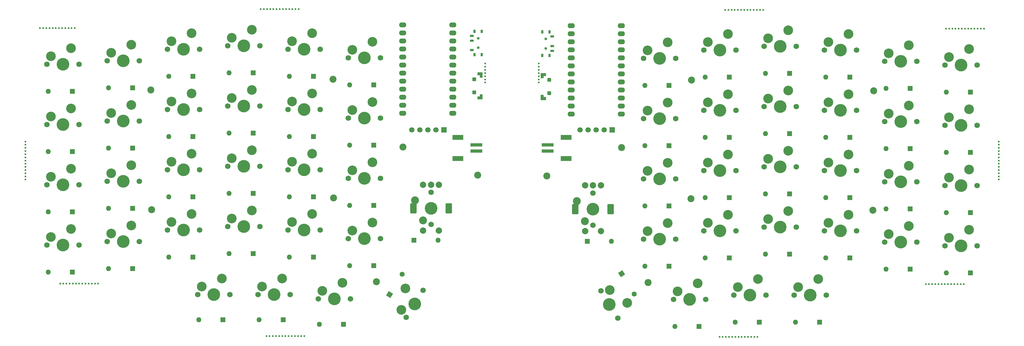
<source format=gbr>
G04 #@! TF.GenerationSoftware,KiCad,Pcbnew,9.0.3*
G04 #@! TF.CreationDate,2025-10-28T13:13:55+10:00*
G04 #@! TF.ProjectId,prototype-mk1_panel,70726f74-6f74-4797-9065-2d6d6b315f70,rev?*
G04 #@! TF.SameCoordinates,Original*
G04 #@! TF.FileFunction,Soldermask,Top*
G04 #@! TF.FilePolarity,Negative*
%FSLAX46Y46*%
G04 Gerber Fmt 4.6, Leading zero omitted, Abs format (unit mm)*
G04 Created by KiCad (PCBNEW 9.0.3) date 2025-10-28 13:13:55*
%MOMM*%
%LPD*%
G01*
G04 APERTURE LIST*
G04 Aperture macros list*
%AMRoundRect*
0 Rectangle with rounded corners*
0 $1 Rounding radius*
0 $2 $3 $4 $5 $6 $7 $8 $9 X,Y pos of 4 corners*
0 Add a 4 corners polygon primitive as box body*
4,1,4,$2,$3,$4,$5,$6,$7,$8,$9,$2,$3,0*
0 Add four circle primitives for the rounded corners*
1,1,$1+$1,$2,$3*
1,1,$1+$1,$4,$5*
1,1,$1+$1,$6,$7*
1,1,$1+$1,$8,$9*
0 Add four rect primitives between the rounded corners*
20,1,$1+$1,$2,$3,$4,$5,0*
20,1,$1+$1,$4,$5,$6,$7,0*
20,1,$1+$1,$6,$7,$8,$9,0*
20,1,$1+$1,$8,$9,$2,$3,0*%
%AMHorizOval*
0 Thick line with rounded ends*
0 $1 width*
0 $2 $3 position (X,Y) of the first rounded end (center of the circle)*
0 $4 $5 position (X,Y) of the second rounded end (center of the circle)*
0 Add line between two ends*
20,1,$1,$2,$3,$4,$5,0*
0 Add two circle primitives to create the rounded ends*
1,1,$1,$2,$3*
1,1,$1,$4,$5*%
%AMRotRect*
0 Rectangle, with rotation*
0 The origin of the aperture is its center*
0 $1 length*
0 $2 width*
0 $3 Rotation angle, in degrees counterclockwise*
0 Add horizontal line*
21,1,$1,$2,0,0,$3*%
G04 Aperture macros list end*
%ADD10C,0.200000*%
%ADD11C,0.600000*%
%ADD12C,1.750000*%
%ADD13C,3.050000*%
%ADD14C,4.000000*%
%ADD15RoundRect,0.180000X0.420000X-0.420000X0.420000X0.420000X-0.420000X0.420000X-0.420000X-0.420000X0*%
%ADD16C,2.200000*%
%ADD17O,2.300000X1.600000*%
%ADD18C,2.000000*%
%ADD19RoundRect,0.250000X-0.750000X1.350000X-0.750000X-1.350000X0.750000X-1.350000X0.750000X1.350000X0*%
%ADD20C,2.500000*%
%ADD21C,0.850000*%
%ADD22RoundRect,0.090000X-0.535000X0.210000X-0.535000X-0.210000X0.535000X-0.210000X0.535000X0.210000X0*%
%ADD23RoundRect,0.105000X-0.245000X-0.445000X0.245000X-0.445000X0.245000X0.445000X-0.245000X0.445000X0*%
%ADD24R,3.800000X1.000000*%
%ADD25R,3.400000X1.500000*%
%ADD26R,1.700000X1.700000*%
%ADD27C,1.700000*%
%ADD28RoundRect,0.180000X-0.420000X0.420000X-0.420000X-0.420000X0.420000X-0.420000X0.420000X0.420000X0*%
%ADD29RoundRect,0.090000X0.535000X-0.210000X0.535000X0.210000X-0.535000X0.210000X-0.535000X-0.210000X0*%
%ADD30RoundRect,0.105000X0.245000X0.445000X-0.245000X0.445000X-0.245000X-0.445000X0.245000X-0.445000X0*%
%ADD31R,1.600000X1.600000*%
%ADD32O,1.600000X1.600000*%
%ADD33RotRect,1.600000X1.600000X302.000000*%
%ADD34HorizOval,1.600000X0.000000X0.000000X0.000000X0.000000X0*%
%ADD35RotRect,1.600000X1.600000X58.000000*%
%ADD36HorizOval,1.600000X0.000000X0.000000X0.000000X0.000000X0*%
G04 APERTURE END LIST*
D10*
X205666319Y-52601979D02*
X204866319Y-52601979D01*
X204866319Y-53301979D01*
X204166319Y-53301979D01*
X204166319Y-51801979D01*
X205666319Y-51801979D01*
X205666319Y-52601979D01*
G36*
X205666319Y-52601979D02*
G01*
X204866319Y-52601979D01*
X204866319Y-53301979D01*
X204166319Y-53301979D01*
X204166319Y-51801979D01*
X205666319Y-51801979D01*
X205666319Y-52601979D01*
G37*
X204866319Y-59401979D02*
X205666319Y-59401979D01*
X205666319Y-60201979D01*
X204166319Y-60201979D01*
X204166319Y-58701979D01*
X204866319Y-58701979D01*
X204866319Y-59401979D01*
G36*
X204866319Y-59401979D02*
G01*
X205666319Y-59401979D01*
X205666319Y-60201979D01*
X204166319Y-60201979D01*
X204166319Y-58701979D01*
X204866319Y-58701979D01*
X204866319Y-59401979D01*
G37*
X185626800Y-53089500D02*
X184926800Y-53089500D01*
X184926800Y-52389500D01*
X184126800Y-52389500D01*
X184126800Y-51589500D01*
X185626800Y-51589500D01*
X185626800Y-53089500D01*
G36*
X185626800Y-53089500D02*
G01*
X184926800Y-53089500D01*
X184926800Y-52389500D01*
X184126800Y-52389500D01*
X184126800Y-51589500D01*
X185626800Y-51589500D01*
X185626800Y-53089500D01*
G37*
X185626800Y-59989500D02*
X184126800Y-59989500D01*
X184126800Y-59189500D01*
X184926800Y-59189500D01*
X184926800Y-58489500D01*
X185626800Y-58489500D01*
X185626800Y-59989500D01*
G36*
X185626800Y-59989500D02*
G01*
X184126800Y-59989500D01*
X184126800Y-59189500D01*
X184926800Y-59189500D01*
X184926800Y-58489500D01*
X185626800Y-58489500D01*
X185626800Y-59989500D01*
G37*
D11*
X203486511Y-53750000D03*
X348800000Y-80400000D03*
X60213200Y-118284240D03*
D12*
X331806511Y-87311219D03*
D13*
X333076511Y-84771219D03*
D14*
X336886511Y-87311219D03*
D13*
X339426511Y-82231219D03*
D12*
X341966511Y-87311219D03*
X105166992Y-100243240D03*
D13*
X106436992Y-97703240D03*
D14*
X110246992Y-100243240D03*
D13*
X112786992Y-95163240D03*
D12*
X115326992Y-100243240D03*
X331806511Y-49211219D03*
D13*
X333076511Y-46671219D03*
D14*
X336886511Y-49211219D03*
D13*
X339426511Y-44131219D03*
D12*
X341966511Y-49211219D03*
D11*
X273387119Y-31740719D03*
X266581703Y-135125919D03*
D12*
X48016992Y-48998740D03*
D13*
X49286992Y-46458740D03*
D14*
X53096992Y-48998740D03*
D13*
X55636992Y-43918740D03*
D12*
X58176992Y-48998740D03*
X124216992Y-101386240D03*
D13*
X125486992Y-98846240D03*
D14*
X129296992Y-101386240D03*
D13*
X131836992Y-96306240D03*
D12*
X134376992Y-101386240D03*
D15*
X206766319Y-58101979D03*
X206766319Y-53901979D03*
D11*
X41200000Y-79400000D03*
X267581703Y-135125919D03*
X46832800Y-37511700D03*
X335147919Y-37726319D03*
X123593600Y-31528240D03*
X348800000Y-75400000D03*
X125401800Y-134913440D03*
X263387119Y-31740719D03*
X41200000Y-83400000D03*
X264387119Y-31740719D03*
X348800000Y-78400000D03*
X348800000Y-85400000D03*
D12*
X143266992Y-46903240D03*
D13*
X144536992Y-44363240D03*
D14*
X148346992Y-46903240D03*
D13*
X150886992Y-41823240D03*
D12*
X153426992Y-46903240D03*
X48016992Y-87098740D03*
D13*
X49286992Y-84558740D03*
D14*
X53096992Y-87098740D03*
D13*
X55636992Y-82018740D03*
D12*
X58176992Y-87098740D03*
D11*
X343147919Y-37726319D03*
X264581703Y-135125919D03*
X274387119Y-31740719D03*
X265581703Y-135125919D03*
X56213200Y-118284240D03*
D16*
X160542800Y-75114500D03*
D12*
X95641992Y-121769740D03*
D13*
X96911992Y-119229740D03*
D14*
X100721992Y-121769740D03*
D13*
X103261992Y-116689740D03*
D12*
X105801992Y-121769740D03*
D11*
X341147919Y-37726319D03*
D12*
X143266992Y-65953240D03*
D13*
X144536992Y-63413240D03*
D14*
X148346992Y-65953240D03*
D13*
X150886992Y-60873240D03*
D12*
X153426992Y-65953240D03*
X105166992Y-62143240D03*
D13*
X106436992Y-59603240D03*
D14*
X110246992Y-62143240D03*
D13*
X112786992Y-57063240D03*
D12*
X115326992Y-62143240D03*
D11*
X186500000Y-49750000D03*
X270387119Y-31740719D03*
X55832800Y-37511700D03*
X348800000Y-82400000D03*
X62213200Y-118284240D03*
X348800000Y-84400000D03*
D12*
X274656511Y-43305719D03*
D13*
X275926511Y-40765719D03*
D14*
X279736511Y-43305719D03*
D13*
X282276511Y-38225719D03*
D12*
X284816511Y-43305719D03*
D11*
X268387119Y-31740719D03*
X186500000Y-50750000D03*
X326767519Y-118496719D03*
D16*
X138442800Y-53714500D03*
D17*
X213686516Y-36740729D03*
X213686516Y-39280729D03*
X213686516Y-41820729D03*
X213686516Y-44360729D03*
X213686516Y-46900729D03*
X213686516Y-49440729D03*
X213686516Y-51980729D03*
X213686516Y-54520729D03*
X213686516Y-57060729D03*
X213686516Y-59600729D03*
X213686516Y-62140729D03*
X213686516Y-64680729D03*
X229526526Y-64680719D03*
X229526526Y-62140719D03*
X229526526Y-59600719D03*
X229526526Y-57060719D03*
X229526526Y-54520719D03*
X229526526Y-51980719D03*
X229526526Y-49440719D03*
X229526526Y-46900719D03*
X229526526Y-44360719D03*
X229526526Y-41820719D03*
X229526526Y-39280719D03*
X229526526Y-36740719D03*
D12*
X223074941Y-120610039D03*
D13*
X225901981Y-120341065D03*
D14*
X225766931Y-124918123D03*
D13*
X231421010Y-124380175D03*
D12*
X228458921Y-129226207D03*
X220586511Y-89660719D03*
D14*
X220586511Y-94740719D03*
D12*
X220586511Y-99820719D03*
D18*
X223086511Y-87240719D03*
X218086511Y-87240719D03*
X220586511Y-87240719D03*
D19*
X226186511Y-94740719D03*
D20*
X218046511Y-98550719D03*
D18*
X218086511Y-101740719D03*
D20*
X215506511Y-92200719D03*
D19*
X214986511Y-94740719D03*
D18*
X223086511Y-101740719D03*
D12*
X236556511Y-104265719D03*
D13*
X237826511Y-101725719D03*
D14*
X241636511Y-104265719D03*
D13*
X244176511Y-99185719D03*
D12*
X246716511Y-104265719D03*
D11*
X333767519Y-118496719D03*
D21*
X205686511Y-43940719D03*
X205686511Y-40940719D03*
D22*
X207686511Y-40190719D03*
X207686511Y-43190719D03*
X207686511Y-44690719D03*
D23*
X204536511Y-46140719D03*
X206836511Y-46140719D03*
X204536511Y-38740719D03*
X206836511Y-38740719D03*
D11*
X56832800Y-37511700D03*
D12*
X312756511Y-86168219D03*
D13*
X314026511Y-83628219D03*
D14*
X317836511Y-86168219D03*
D13*
X320376511Y-81088219D03*
D12*
X322916511Y-86168219D03*
D11*
X64213200Y-118284240D03*
D24*
X183726992Y-74428240D03*
X183726992Y-76428240D03*
D25*
X177866992Y-78778240D03*
X177866992Y-72078240D03*
D11*
X41200000Y-84400000D03*
X52832800Y-37511700D03*
X126593600Y-31528240D03*
X55213200Y-118284240D03*
X348800000Y-81400000D03*
D12*
X124216992Y-44236240D03*
D13*
X125486992Y-41696240D03*
D14*
X129296992Y-44236240D03*
D13*
X131836992Y-39156240D03*
D12*
X134376992Y-44236240D03*
X86116992Y-101386240D03*
D13*
X87386992Y-98846240D03*
D14*
X91196992Y-101386240D03*
D13*
X93736992Y-96306240D03*
D12*
X96276992Y-101386240D03*
D11*
X125593600Y-31528240D03*
X265387119Y-31740719D03*
D12*
X105166992Y-43093240D03*
D13*
X106436992Y-40553240D03*
D14*
X110246992Y-43093240D03*
D13*
X112786992Y-38013240D03*
D12*
X115326992Y-43093240D03*
X331806511Y-106361219D03*
D13*
X333076511Y-103821219D03*
D14*
X336886511Y-106361219D03*
D13*
X339426511Y-101281219D03*
D12*
X341966511Y-106361219D03*
D11*
X333147919Y-37726319D03*
X340147919Y-37726319D03*
X59213200Y-118284240D03*
D12*
X48016992Y-68048740D03*
D13*
X49286992Y-65508740D03*
D14*
X53096992Y-68048740D03*
D13*
X55636992Y-62968740D03*
D12*
X58176992Y-68048740D03*
D11*
X260581703Y-135125919D03*
X41200000Y-80400000D03*
X118401800Y-134913440D03*
X266387119Y-31740719D03*
X203486511Y-54750000D03*
X120593600Y-31528240D03*
X47832800Y-37511700D03*
D12*
X265131511Y-121982219D03*
D13*
X266401511Y-119442219D03*
D14*
X270211511Y-121982219D03*
D13*
X272751511Y-116902219D03*
D12*
X275291511Y-121982219D03*
D11*
X344147919Y-37726319D03*
X263581703Y-135125919D03*
D12*
X312756511Y-105218219D03*
D13*
X314026511Y-102678219D03*
D14*
X317836511Y-105218219D03*
D13*
X320376511Y-100138219D03*
D12*
X322916511Y-105218219D03*
D11*
X117593600Y-31528240D03*
X348800000Y-76400000D03*
X63213200Y-118284240D03*
X51832800Y-37511700D03*
D12*
X86116992Y-82336240D03*
D13*
X87386992Y-79796240D03*
D14*
X91196992Y-82336240D03*
D13*
X93736992Y-77256240D03*
D12*
X96276992Y-82336240D03*
D11*
X269581703Y-135125919D03*
D12*
X293706511Y-101598719D03*
D13*
X294976511Y-99058719D03*
D14*
X298786511Y-101598719D03*
D13*
X301326511Y-96518719D03*
D12*
X303866511Y-101598719D03*
D11*
X123401800Y-134913440D03*
X122593600Y-31528240D03*
X53213200Y-118284240D03*
X41200000Y-73400000D03*
D26*
X173506992Y-69740719D03*
D27*
X170966992Y-69740719D03*
X168426992Y-69740719D03*
X165886992Y-69740719D03*
X163346992Y-69740719D03*
D11*
X186500000Y-52750000D03*
X127593600Y-31528240D03*
X119593600Y-31528240D03*
X348800000Y-83400000D03*
X203486511Y-52750000D03*
X119401800Y-134913440D03*
D12*
X236556511Y-66165719D03*
D13*
X237826511Y-63625719D03*
D14*
X241636511Y-66165719D03*
D13*
X244176511Y-61085719D03*
D12*
X246716511Y-66165719D03*
D11*
X332767519Y-118496719D03*
D12*
X67066992Y-66905740D03*
D13*
X68336992Y-64365740D03*
D14*
X72146992Y-66905740D03*
D13*
X74686992Y-61825740D03*
D12*
X77226992Y-66905740D03*
X105166992Y-81193240D03*
D13*
X106436992Y-78653240D03*
D14*
X110246992Y-81193240D03*
D13*
X112786992Y-76113240D03*
D12*
X115326992Y-81193240D03*
D11*
X348800000Y-77400000D03*
X331767519Y-118496719D03*
X50832800Y-37511700D03*
D12*
X124216992Y-63286240D03*
D13*
X125486992Y-60746240D03*
D14*
X129296992Y-63286240D03*
D13*
X131836992Y-58206240D03*
D12*
X134376992Y-63286240D03*
D11*
X41200000Y-81400000D03*
D12*
X255606511Y-101598719D03*
D13*
X256876511Y-99058719D03*
D14*
X260686511Y-101598719D03*
D13*
X263226511Y-96518719D03*
D12*
X265766511Y-101598719D03*
X67066992Y-47855740D03*
D13*
X68336992Y-45315740D03*
D14*
X72146992Y-47855740D03*
D13*
X74686992Y-42775740D03*
D12*
X77226992Y-47855740D03*
D11*
X272581703Y-135125919D03*
X186500000Y-54750000D03*
X41200000Y-85400000D03*
D28*
X183026800Y-53689500D03*
X183026800Y-57889500D03*
D12*
X48016992Y-106148740D03*
D13*
X49286992Y-103608740D03*
D14*
X53096992Y-106148740D03*
D13*
X55636992Y-101068740D03*
D12*
X58176992Y-106148740D03*
X274656511Y-81405719D03*
D13*
X275926511Y-78865719D03*
D14*
X279736511Y-81405719D03*
D13*
X282276511Y-76325719D03*
D12*
X284816511Y-81405719D03*
D11*
X124593600Y-31528240D03*
D12*
X143266992Y-104053240D03*
D13*
X144536992Y-101513240D03*
D14*
X148346992Y-104053240D03*
D13*
X150886992Y-98973240D03*
D12*
X153426992Y-104053240D03*
X284181511Y-121982219D03*
D13*
X285451511Y-119442219D03*
D14*
X289261511Y-121982219D03*
D13*
X291801511Y-116902219D03*
D12*
X294341511Y-121982219D03*
X312756511Y-67118219D03*
D13*
X314026511Y-64578219D03*
D14*
X317836511Y-67118219D03*
D13*
X320376511Y-62038219D03*
D12*
X322916511Y-67118219D03*
D11*
X272387119Y-31740719D03*
X203486511Y-48750000D03*
X115593600Y-31528240D03*
X124401800Y-134913440D03*
X336147919Y-37726319D03*
X270581703Y-135125919D03*
D12*
X293706511Y-63498719D03*
D13*
X294976511Y-60958719D03*
D14*
X298786511Y-63498719D03*
D13*
X301326511Y-58418719D03*
D12*
X303866511Y-63498719D03*
D11*
X61213200Y-118284240D03*
X269387119Y-31740719D03*
D12*
X255606511Y-44448719D03*
D13*
X256876511Y-41908719D03*
D14*
X260686511Y-44448719D03*
D13*
X263226511Y-39368719D03*
D12*
X265766511Y-44448719D03*
D11*
X271581703Y-135125919D03*
X332147919Y-37726319D03*
X126401800Y-134913440D03*
D12*
X255606511Y-82548719D03*
D13*
X256876511Y-80008719D03*
D14*
X260686511Y-82548719D03*
D13*
X263226511Y-77468719D03*
D12*
X265766511Y-82548719D03*
D11*
X325767519Y-118496719D03*
D12*
X86116992Y-44236240D03*
D13*
X87386992Y-41696240D03*
D14*
X91196992Y-44236240D03*
D13*
X93736992Y-39156240D03*
D12*
X96276992Y-44236240D03*
X169396992Y-89448240D03*
D14*
X169396992Y-94528240D03*
D12*
X169396992Y-99608240D03*
D18*
X171896992Y-87028240D03*
X166896992Y-87028240D03*
X169396992Y-87028240D03*
D19*
X174996992Y-94528240D03*
D20*
X166856992Y-98338240D03*
D18*
X166896992Y-101528240D03*
D20*
X164316992Y-91988240D03*
D19*
X163796992Y-94528240D03*
D18*
X171896992Y-101528240D03*
D12*
X274656511Y-62355719D03*
D13*
X275926511Y-59815719D03*
D14*
X279736511Y-62355719D03*
D13*
X282276511Y-57275719D03*
D12*
X284816511Y-62355719D03*
X114691992Y-121769740D03*
D13*
X115961992Y-119229740D03*
D14*
X119771992Y-121769740D03*
D13*
X122311992Y-116689740D03*
D12*
X124851992Y-121769740D03*
D11*
X54213200Y-118284240D03*
X203486511Y-50750000D03*
X186500000Y-53750000D03*
X262387119Y-31740719D03*
X348800000Y-79400000D03*
D24*
X206256511Y-76428240D03*
X206256511Y-74428240D03*
D25*
X212116511Y-72078240D03*
X212116511Y-78778240D03*
D11*
X337147919Y-37726319D03*
X328767519Y-118496719D03*
X327767519Y-118496719D03*
X338147919Y-37726319D03*
X127401800Y-134913440D03*
X128401800Y-134913440D03*
X49832800Y-37511700D03*
X339147919Y-37726319D03*
D12*
X246081511Y-123315719D03*
D13*
X247351511Y-120775719D03*
D14*
X251161511Y-123315719D03*
D13*
X253701511Y-118235719D03*
D12*
X256241511Y-123315719D03*
X293706511Y-82548719D03*
D13*
X294976511Y-80008719D03*
D14*
X298786511Y-82548719D03*
D13*
X301326511Y-77468719D03*
D12*
X303866511Y-82548719D03*
D11*
X41200000Y-82400000D03*
X52213200Y-118284240D03*
D26*
X226696511Y-69740719D03*
D27*
X224156511Y-69740719D03*
X221616511Y-69740719D03*
X219076511Y-69740719D03*
X216536511Y-69740719D03*
D11*
X41200000Y-76400000D03*
X334767519Y-118496719D03*
X348800000Y-73400000D03*
X45832800Y-37511700D03*
X116593600Y-31528240D03*
X57213200Y-118284240D03*
X330767519Y-118496719D03*
D12*
X331806511Y-68261219D03*
D13*
X333076511Y-65721219D03*
D14*
X336886511Y-68261219D03*
D13*
X339426511Y-63181219D03*
D12*
X341966511Y-68261219D03*
D11*
X186500000Y-51750000D03*
X261581703Y-135125919D03*
X348800000Y-74400000D03*
X117401800Y-134913440D03*
D16*
X80842800Y-57114500D03*
X138642800Y-91214500D03*
D11*
X41200000Y-74400000D03*
X120401800Y-134913440D03*
D12*
X293706511Y-44448719D03*
D13*
X294976511Y-41908719D03*
D14*
X298786511Y-44448719D03*
D13*
X301326511Y-39368719D03*
D12*
X303866511Y-44448719D03*
D11*
X121401800Y-134913440D03*
D16*
X152142800Y-117714500D03*
D11*
X58213200Y-118284240D03*
X271387119Y-31740719D03*
X41200000Y-75400000D03*
X41200000Y-78400000D03*
D12*
X274656511Y-100455719D03*
D13*
X275926511Y-97915719D03*
D14*
X279736511Y-100455719D03*
D13*
X282276511Y-95375719D03*
D12*
X284816511Y-100455719D03*
D11*
X336767519Y-118496719D03*
D16*
X81142800Y-94914500D03*
D12*
X133741992Y-123103240D03*
D13*
X135011992Y-120563240D03*
D14*
X138821992Y-123103240D03*
D13*
X141361992Y-118023240D03*
D12*
X143901992Y-123103240D03*
D11*
X329767519Y-118496719D03*
X41200000Y-77400000D03*
X122401800Y-134913440D03*
D12*
X161524582Y-129013728D03*
D13*
X160043537Y-126590712D03*
D14*
X164216572Y-124705644D03*
D13*
X161254483Y-119859612D03*
D12*
X166908562Y-120397560D03*
D11*
X54832800Y-37511700D03*
D12*
X86116992Y-63286240D03*
D13*
X87386992Y-60746240D03*
D14*
X91196992Y-63286240D03*
D13*
X93736992Y-58206240D03*
D12*
X96276992Y-63286240D03*
D11*
X334147919Y-37726319D03*
D21*
X184296992Y-40728240D03*
X184296992Y-43728240D03*
D29*
X182296992Y-44478240D03*
X182296992Y-41478240D03*
X182296992Y-39978240D03*
D30*
X185446992Y-38528240D03*
X183146992Y-38528240D03*
X185446992Y-45928240D03*
X183146992Y-45928240D03*
D12*
X312756511Y-48068219D03*
D13*
X314026511Y-45528219D03*
D14*
X317836511Y-48068219D03*
D13*
X320376511Y-42988219D03*
D12*
X322916511Y-48068219D03*
D11*
X186500000Y-48750000D03*
D12*
X67066992Y-85955740D03*
D13*
X68336992Y-83415740D03*
D14*
X72146992Y-85955740D03*
D13*
X74686992Y-80875740D03*
D12*
X77226992Y-85955740D03*
D11*
X203486511Y-49750000D03*
D12*
X236556511Y-47115719D03*
D13*
X237826511Y-44575719D03*
D14*
X241636511Y-47115719D03*
D13*
X244176511Y-42035719D03*
D12*
X246716511Y-47115719D03*
D11*
X121593600Y-31528240D03*
X262581703Y-135125919D03*
X48832800Y-37511700D03*
D16*
X184142800Y-84014500D03*
D11*
X337767519Y-118496719D03*
X129401800Y-134913440D03*
X335767519Y-118496719D03*
X267387119Y-31740719D03*
X203486511Y-51750000D03*
D12*
X143266992Y-85003240D03*
D13*
X144536992Y-82463240D03*
D14*
X148346992Y-85003240D03*
D13*
X150886992Y-79923240D03*
D12*
X153426992Y-85003240D03*
D11*
X268581703Y-135125919D03*
D12*
X236556511Y-85215719D03*
D13*
X237826511Y-82675719D03*
D14*
X241636511Y-85215719D03*
D13*
X244176511Y-80135719D03*
D12*
X246716511Y-85215719D03*
X255606511Y-63498719D03*
D13*
X256876511Y-60958719D03*
D14*
X260686511Y-63498719D03*
D13*
X263226511Y-58418719D03*
D12*
X265766511Y-63498719D03*
D11*
X53832800Y-37511700D03*
D12*
X124216992Y-82336240D03*
D13*
X125486992Y-79796240D03*
D14*
X129296992Y-82336240D03*
D13*
X131836992Y-77256240D03*
D12*
X134376992Y-82336240D03*
D11*
X118593600Y-31528240D03*
D12*
X67066992Y-105005740D03*
D13*
X68336992Y-102465740D03*
D14*
X72146992Y-105005740D03*
D13*
X74686992Y-99925740D03*
D12*
X77226992Y-105005740D03*
D17*
X160456977Y-36528250D03*
X160456977Y-39068250D03*
X160456977Y-41608250D03*
X160456977Y-44148250D03*
X160456977Y-46688250D03*
X160456977Y-49228250D03*
X160456977Y-51768250D03*
X160456977Y-54308250D03*
X160456977Y-56848250D03*
X160456977Y-59388250D03*
X160456977Y-61928250D03*
X160456977Y-64468250D03*
X176296987Y-64468240D03*
X176296987Y-61928240D03*
X176296987Y-59388240D03*
X176296987Y-56848240D03*
X176296987Y-54308240D03*
X176296987Y-51768240D03*
X176296987Y-49228240D03*
X176296987Y-46688240D03*
X176296987Y-44148240D03*
X176296987Y-41608240D03*
X176296987Y-39068240D03*
X176296987Y-36528240D03*
D11*
X342147919Y-37726319D03*
D31*
X301728511Y-72045469D03*
D32*
X294108511Y-72045469D03*
D16*
X206032319Y-84226979D03*
D31*
X282678511Y-89952469D03*
D32*
X275058511Y-89952469D03*
D31*
X151288992Y-74499990D03*
D32*
X143668992Y-74499990D03*
D31*
X75088992Y-56402490D03*
D32*
X67468992Y-56402490D03*
D31*
X339828511Y-114907969D03*
D32*
X332208511Y-114907969D03*
D31*
X244610000Y-74700000D03*
D32*
X236990000Y-74700000D03*
D31*
X151288992Y-55449990D03*
D32*
X143668992Y-55449990D03*
D31*
X320778511Y-113764969D03*
D32*
X313158511Y-113764969D03*
D33*
X229598519Y-115180156D03*
D34*
X233636504Y-121642282D03*
D31*
X151288992Y-112599990D03*
D32*
X143668992Y-112599990D03*
D31*
X113188992Y-89739990D03*
D32*
X105568992Y-89739990D03*
D31*
X339828511Y-95857969D03*
D32*
X332208511Y-95857969D03*
D31*
X94138992Y-71832990D03*
D32*
X86518992Y-71832990D03*
D31*
X56038992Y-76595490D03*
D32*
X48418992Y-76595490D03*
D16*
X251732319Y-53926979D03*
D31*
X94138992Y-52782990D03*
D32*
X86518992Y-52782990D03*
D31*
X301728511Y-91095469D03*
D32*
X294108511Y-91095469D03*
D31*
X263628511Y-110145469D03*
D32*
X256008511Y-110145469D03*
D31*
X151288992Y-93549990D03*
D32*
X143668992Y-93549990D03*
D31*
X339828511Y-57757969D03*
D32*
X332208511Y-57757969D03*
D16*
X309332319Y-57326979D03*
D31*
X113188992Y-108789990D03*
D32*
X105568992Y-108789990D03*
D16*
X229632319Y-75326979D03*
D31*
X94138992Y-109932990D03*
D32*
X86518992Y-109932990D03*
D31*
X263628511Y-72045469D03*
D32*
X256008511Y-72045469D03*
D31*
X244578511Y-93762469D03*
D32*
X236958511Y-93762469D03*
D31*
X339828511Y-76807969D03*
D32*
X332208511Y-76807969D03*
D31*
X263628511Y-91095469D03*
D32*
X256008511Y-91095469D03*
D31*
X56038992Y-114695490D03*
D32*
X48418992Y-114695490D03*
D31*
X301728511Y-52995469D03*
D32*
X294108511Y-52995469D03*
D31*
X113188992Y-70689990D03*
D32*
X105568992Y-70689990D03*
D31*
X282678511Y-51852469D03*
D32*
X275058511Y-51852469D03*
D31*
X301728511Y-110145469D03*
D32*
X294108511Y-110145469D03*
D31*
X132238992Y-52782990D03*
D32*
X124618992Y-52782990D03*
D31*
X244578511Y-55662469D03*
D32*
X236958511Y-55662469D03*
D31*
X218822319Y-104911219D03*
D32*
X226442319Y-104911219D03*
D31*
X320778511Y-56614969D03*
D32*
X313158511Y-56614969D03*
D31*
X292203511Y-130528969D03*
D32*
X284583511Y-130528969D03*
D16*
X309032319Y-95126979D03*
D31*
X132238992Y-90882990D03*
D32*
X124618992Y-90882990D03*
D31*
X56038992Y-95645490D03*
D32*
X48418992Y-95645490D03*
D31*
X273153511Y-130528969D03*
D32*
X265533511Y-130528969D03*
D35*
X156270000Y-121781054D03*
D36*
X160307985Y-115318928D03*
D31*
X254103511Y-131862469D03*
D32*
X246483511Y-131862469D03*
D31*
X163978992Y-104549990D03*
D32*
X171598992Y-104549990D03*
D31*
X122710000Y-129700000D03*
D32*
X115090000Y-129700000D03*
D16*
X251532319Y-91426979D03*
D31*
X94138992Y-90882990D03*
D32*
X86518992Y-90882990D03*
D31*
X113188992Y-51639990D03*
D32*
X105568992Y-51639990D03*
D31*
X282678511Y-109002469D03*
D32*
X275058511Y-109002469D03*
D31*
X320778511Y-94714969D03*
D32*
X313158511Y-94714969D03*
D31*
X132238992Y-109932990D03*
D32*
X124618992Y-109932990D03*
D31*
X244578511Y-112812469D03*
D32*
X236958511Y-112812469D03*
D16*
X238032319Y-117926979D03*
D31*
X75088992Y-75452490D03*
D32*
X67468992Y-75452490D03*
D31*
X282678511Y-70902469D03*
D32*
X275058511Y-70902469D03*
D31*
X56038992Y-57545490D03*
D32*
X48418992Y-57545490D03*
D31*
X103663992Y-129700000D03*
D32*
X96043992Y-129700000D03*
D31*
X75088992Y-94502490D03*
D32*
X67468992Y-94502490D03*
D31*
X263628511Y-52995469D03*
D32*
X256008511Y-52995469D03*
D31*
X132238992Y-71832990D03*
D32*
X124618992Y-71832990D03*
D31*
X320778511Y-75664969D03*
D32*
X313158511Y-75664969D03*
D31*
X75088992Y-113552490D03*
D32*
X67468992Y-113552490D03*
D31*
X141763992Y-131200000D03*
D32*
X134143992Y-131200000D03*
M02*

</source>
